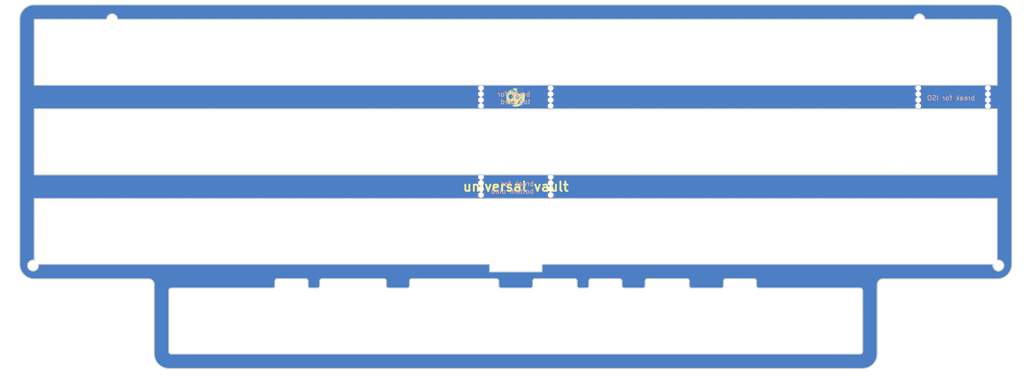
<source format=kicad_pcb>
(kicad_pcb (version 20221018) (generator pcbnew)
  (layers (0 "F.Cu" signal) (31 "B.Cu" signal) (34 "B.Paste" user) (35 "F.Paste" user) (36 "B.SilkS" user "B.Silkscreen") (37 "F.SilkS" user "F.Silkscreen") (38 "B.Mask" user) (39 "F.Mask" user) (44 "Edge.Cuts" user))
  (net 0 "")
  (net 1 "GND")
  (footprint "PCM_marbastlib-various:mousebites_1mm" (layer "F.Cu") (at 150.03326 94.325354 180)
    (fp_text reference "REF**" hide)
    (fp_text value "mousebites 1mm" hide)
    (pad "" np_thru_hole circle (at 0.25 -1.905 180) (size 0.75 0.75) (drill 0.75) (layers "*.Cu" "*.Mask"))
    (pad "" np_thru_hole circle (at 0.25 -0.635 180) (size 0.75 0.75) (drill 0.75) (layers "*.Cu" "*.Mask"))
    (pad "" np_thru_hole circle (at 0.25 0.635 180) (size 0.75 0.75) (drill 0.75) (layers "*.Cu" "*.Mask"))
    (pad "" np_thru_hole circle (at 0.25 1.905 180) (size 0.75 0.75) (drill 0.75) (layers "*.Cu" "*.Mask"))
  )
  (footprint "" (layer "F.Cu") (at 149.76875 76.04125)
    (fp_text reference "" (at 0 0) (layer "F.SilkS") (effects (font (size 1.27 1.27))))
    (fp_text value "" (at 0 0) (layer "F.SilkS") (effects (font (size 1.27 1.27))))
    (pad "" np_thru_hole circle (at 0 0 180) (size 0.75 0.75) (drill 0.75) (layers "*.Cu" "*.Mask"))
  )
  (footprint "PCM_marbastlib-various:mousebites_1mm" (layer "F.Cu") (at 164.32076 94.325354)
    (fp_text reference "REF**" hide)
    (fp_text value "mousebites 1mm" hide)
    (pad "" np_thru_hole circle (at 0.25 -1.905) (size 0.75 0.75) (drill 0.75) (layers "*.Cu" "*.Mask"))
    (pad "" np_thru_hole circle (at 0.25 -0.635) (size 0.75 0.75) (drill 0.75) (layers "*.Cu" "*.Mask"))
    (pad "" np_thru_hole circle (at 0.25 0.635) (size 0.75 0.75) (drill 0.75) (layers "*.Cu" "*.Mask"))
    (pad "" np_thru_hole circle (at 0.25 1.905) (size 0.75 0.75) (drill 0.75) (layers "*.Cu" "*.Mask"))
  )
  (footprint "" (layer "F.Cu") (at 149.78326 94.960354)
    (fp_text reference "" (at 0 0) (layer "F.SilkS") (effects (font (size 1.27 1.27))))
    (fp_text value "" (at 0 0) (layer "F.SilkS") (effects (font (size 1.27 1.27))))
    (pad "" np_thru_hole circle (at 0 0 180) (size 0.75 0.75) (drill 0.75) (layers "*.Cu" "*.Mask"))
  )
  (footprint "PCM_marbastlib-various:mousebites_1mm" (layer "F.Cu") (at 150.01875 75.40625 180)
    (fp_text reference "REF**" hide)
    (fp_text value "mousebites 1mm" hide)
    (pad "" np_thru_hole circle (at 0.25 -1.905 180) (size 0.75 0.75) (drill 0.75) (layers "*.Cu" "*.Mask"))
    (pad "" np_thru_hole circle (at 0.25 -0.635 180) (size 0.75 0.75) (drill 0.75) (layers "*.Cu" "*.Mask"))
    (pad "" np_thru_hole circle (at 0.25 0.635 180) (size 0.75 0.75) (drill 0.75) (layers "*.Cu" "*.Mask"))
    (pad "" np_thru_hole circle (at 0.25 1.905 180) (size 0.75 0.75) (drill 0.75) (layers "*.Cu" "*.Mask"))
  )
  (footprint "LOGO" (layer "F.Cu") (at 157.1625 75.40625)
    (fp_text reference "G***" hide)
    (fp_text value "LOGO" hide)
  )
  (footprint "PCM_marbastlib-various:mousebites_1mm" (layer "F.Cu") (at 242.8875 75.40625 180)
    (fp_text reference "REF**" hide)
    (fp_text value "mousebites 1mm" hide)
    (pad "" np_thru_hole circle (at 0.25 -1.905 180) (size 0.75 0.75) (drill 0.75) (layers "*.Cu" "*.Mask"))
    (pad "" np_thru_hole circle (at 0.25 -0.635 180) (size 0.75 0.75) (drill 0.75) (layers "*.Cu" "*.Mask"))
    (pad "" np_thru_hole circle (at 0.25 0.635 180) (size 0.75 0.75) (drill 0.75) (layers "*.Cu" "*.Mask"))
    (pad "" np_thru_hole circle (at 0.25 1.905 180) (size 0.75 0.75) (drill 0.75) (layers "*.Cu" "*.Mask"))
  )
  (footprint "PCM_marbastlib-various:mousebites_1mm" (layer "F.Cu") (at 164.30625 75.40625)
    (fp_text reference "REF**" hide)
    (fp_text value "mousebites 1mm" hide)
    (pad "" np_thru_hole circle (at 0.25 -1.905) (size 0.75 0.75) (drill 0.75) (layers "*.Cu" "*.Mask"))
    (pad "" np_thru_hole circle (at 0.25 -0.635) (size 0.75 0.75) (drill 0.75) (layers "*.Cu" "*.Mask"))
    (pad "" np_thru_hole circle (at 0.25 0.635) (size 0.75 0.75) (drill 0.75) (layers "*.Cu" "*.Mask"))
    (pad "" np_thru_hole circle (at 0.25 1.905) (size 0.75 0.75) (drill 0.75) (layers "*.Cu" "*.Mask"))
  )
  (footprint "PCM_marbastlib-various:mousebites_1mm" (layer "F.Cu") (at 257.175 75.40625)
    (fp_text reference "REF**" hide)
    (fp_text value "mousebites 1mm" hide)
    (pad "" np_thru_hole circle (at 0.25 -1.905) (size 0.75 0.75) (drill 0.75) (layers "*.Cu" "*.Mask"))
    (pad "" np_thru_hole circle (at 0.25 -0.635) (size 0.75 0.75) (drill 0.75) (layers "*.Cu" "*.Mask"))
    (pad "" np_thru_hole circle (at 0.25 0.635) (size 0.75 0.75) (drill 0.75) (layers "*.Cu" "*.Mask"))
    (pad "" np_thru_hole circle (at 0.25 1.905) (size 0.75 0.75) (drill 0.75) (layers "*.Cu" "*.Mask"))
  )
  (gr_line (start 55.77014 110.980437) (end 59.66875 110.98125) (stroke (width 0.2)) (layer "Edge.Cuts"))
  (gr_line (start 193.01875 91.93125) (end 197.49375 91.93125) (stroke (width 0.2)) (layer "Edge.Cuts"))
  (gr_line (start 107.29375 96.98125) (end 107.00625 96.98125) (stroke (width 0.2)) (layer "Edge.Cuts"))
  (gr_line (start 243.025 91.93125) (end 245.40625 91.93125) (stroke (width 0.2)) (layer "Edge.Cuts"))
  (gr_line (start 183.49375 91.93125) (end 187.96875 91.93125) (stroke (width 0.2)) (layer "Edge.Cuts"))
  (gr_arc (start 193.525625 114.033517) (mid 193.879146 114.179981) (end 194.025625 114.533517) (stroke (width 0.2)) (layer "Edge.Cuts"))
  (gr_line (start 102.53125 72.88125) (end 107.00625 72.88125) (stroke (width 0.2)) (layer "Edge.Cuts"))
  (gr_line (start 87.95625 96.98125) (end 83.48125 96.98125) (stroke (width 0.2)) (layer "Edge.Cuts"))
  (gr_line (start 192.73125 58.88125) (end 188.25625 58.88125) (stroke (width 0.2)) (layer "Edge.Cuts"))
  (gr_line (start 154.91875 77.93125) (end 150.15625 77.93125) (stroke (width 0.2)) (layer "Edge.Cuts"))
  (gr_line (start 93.00625 96.98125) (end 88.24375 96.98125) (stroke (width 0.2)) (layer "Edge.Cuts"))
  (gr_line (start 216.54375 91.93125) (end 221.30625 91.93125) (stroke (width 0.2)) (layer "Edge.Cuts"))
  (gr_line (start 235.88125 72.88125) (end 240.35625 72.88125) (stroke (width 0.2)) (layer "Edge.Cuts"))
  (gr_line (start 140.63125 72.88125) (end 145.10625 72.88125) (stroke (width 0.2)) (layer "Edge.Cuts"))
  (gr_line (start 102.24375 110.98125) (end 102.53125 110.98125) (stroke (width 0.2)) (layer "Edge.Cuts"))
  (gr_line (start 226.35625 110.98125) (end 230.83125 110.98125) (stroke (width 0.2)) (layer "Edge.Cuts"))
  (gr_line (start 54.90625 58.88125) (end 54.90625 72.88125) (stroke (width 0.2)) (layer "Edge.Cuts"))
  (gr_line (start 88.24375 110.98125) (end 93.00625 110.98125) (stroke (width 0.2)) (layer "Edge.Cuts"))
  (gr_line (start 59.66875 91.93125) (end 68.90625 91.93125) (stroke (width 0.2)) (layer "Edge.Cuts"))
  (gr_line (start 188.25625 72.88125) (end 192.73125 72.88125) (stroke (width 0.2)) (layer "Edge.Cuts"))
  (gr_line (start 178.73125 72.88125) (end 183.20625 72.88125) (stroke (width 0.2)) (layer "Edge.Cuts"))
  (gr_line (start 183.20625 91.93125) (end 183.49375 91.93125) (stroke (width 0.2)) (layer "Edge.Cuts"))
  (gr_line (start 212.06875 77.93125) (end 207.30625 77.93125) (stroke (width 0.2)) (layer "Edge.Cuts"))
  (gr_line (start 169.20625 110.98125) (end 173.68125 110.98125) (stroke (width 0.2)) (layer "Edge.Cuts"))
  (gr_line (start 121.58125 110.98125) (end 126.05625 110.98125) (stroke (width 0.2)) (layer "Edge.Cuts"))
  (gr_line (start 178.44375 77.93125) (end 173.96875 77.93125) (stroke (width 0.2)) (layer "Edge.Cuts"))
  (gr_arc (start 201.281375 114.533517) (mid 201.427822 114.179964) (end 201.781375 114.033517) (stroke (width 0.2)) (layer "Edge.Cuts"))
  (gr_line (start 211.78125 110.98125) (end 216.54375 110.98125) (stroke (width 0.2)) (layer "Edge.Cuts"))
  (gr_line (start 126.05625 96.98125) (end 121.58125 96.98125) (stroke (width 0.2)) (layer "Edge.Cuts"))
  (gr_arc (start 230.331375 116.033517) (mid 230.684928 116.179964) (end 230.831375 116.533517) (stroke (width 0.2)) (layer "Edge.Cuts"))
  (gr_line (start 259.40367 110.119752) (end 259.40625 96.98125) (stroke (width 0.2)) (layer "Edge.Cuts"))
  (gr_line (start 197.49375 91.93125) (end 202.25625 91.93125) (stroke (width 0.2)) (layer "Edge.Cuts"))
  (gr_line (start 211.78125 96.98125) (end 207.30625 96.98125) (stroke (width 0.2)) (layer "Edge.Cuts"))
  (gr_line (start 68.90625 77.93125) (end 59.66875 77.93125) (stroke (width 0.2)) (layer "Edge.Cuts"))
  (gr_line (start 54.90625 96.98125) (end 54.907479 110.119293) (stroke (width 0.2)) (layer "Edge.Cuts"))
  (gr_line (start 183.49375 96.98125) (end 183.20625 96.98125) (stroke (width 0.2)) (layer "Edge.Cuts"))
  (gr_line (start 121.58125 58.88125) (end 116.53125 58.88125) (stroke (width 0.2)) (layer "Edge.Cuts"))
  (gr_line (start 140.63125 110.98125) (end 145.10625 110.98125) (stroke (width 0.2)) (layer "Edge.Cuts"))
  (gr_line (start 106.531375 114.033517) (end 112.531375 114.033517) (stroke (width 0.2)) (layer "Edge.Cuts"))
  (gr_line (start 202.25625 110.98125) (end 202.54375 110.98125) (stroke (width 0.2)) (layer "Edge.Cuts"))
  (gr_line (start 207.30625 91.93125) (end 212.06875 91.93125) (stroke (width 0.2)) (layer "Edge.Cuts"))
  (gr_line (start 207.30625 96.98125) (end 202.54375 96.98125) (stroke (width 0.2)) (layer "Edge.Cuts"))
  (gr_line (start 235.59375 91.93125) (end 238.2625 91.93125) (stroke (width 0.2)) (layer "Edge.Cuts"))
  (gr_arc (start 184.644375 115.533517) (mid 184.497928 115.88707) (end 184.144375 116.033517) (stroke (width 0.2)) (layer "Edge.Cuts"))
  (gr_line (start 208.281375 114.533517) (end 208.281375 115.533517) (stroke (width 0.2)) (layer "Edge.Cuts"))
  (gr_arc (start 79.181375 114.083517) (mid 80.029903 114.434989) (end 80.381375 115.283517) (stroke (width 0.2)) (layer "Edge.Cuts"))
  (gr_line (start 54.90625 91.93125) (end 57.2875 91.93125) (stroke (width 0.2)) (layer "Edge.Cuts"))
  (gr_line (start 170.681375 116.033517) (end 172.206375 116.033517) (stroke (width 0.2)) (layer "Edge.Cuts"))
  (gr_line (start 150.15625 77.93125) (end 145.10625 77.93125) (stroke (width 0.2)) (layer "Edge.Cuts"))
  (gr_line (start 106.031375 115.533517) (end 106.031375 114.533517) (stroke (width 0.2)) (layer "Edge.Cuts"))
  (gr_line (start 145.10625 72.88125) (end 150.15625 72.88125) (stroke (width 0.2)) (layer "Edge.Cuts"))
  (gr_line (start 59.66875 58.88125) (end 54.90625 58.88125) (stroke (width 0.2)) (layer "Edge.Cuts"))
  (gr_line (start 126.05625 110.98125) (end 126.34375 110.98125) (stroke (width 0.2)) (layer "Edge.Cuts"))
  (gr_line (start 241.731375 58.883517) (end 240.35625 58.88125) (stroke (width 0.2)) (layer "Edge.Cuts"))
  (gr_line (start 162.71875 110.98125) (end 162.71875 112.56875) (stroke (width 0.2)) (layer "Edge.Cuts"))
  (gr_line (start 59.66875 72.88125) (end 64.43125 72.88125) (stroke (width 0.2)) (layer "Edge.Cuts"))
  (gr_line (start 169.20625 72.88125) (end 173.68125 72.88125) (stroke (width 0.2)) (layer "Edge.Cuts"))
  (gr_line (start 221.59375 77.93125) (end 221.30625 77.93125) (stroke (width 0.2)) (layer "Edge.Cuts"))
  (gr_line (start 173.96875 77.93125) (end 169.20625 77.93125) (stroke (width 0.2)) (layer "Edge.Cuts"))
  (gr_line (start 150.15625 96.98125) (end 145.39375 96.98125) (stroke (width 0.2)) (layer "Edge.Cuts"))
  (gr_line (start 201.281375 115.533517) (end 201.281375 114.533517) (stroke (width 0.2)) (layer "Edge.Cuts"))
  (gr_line (start 73.66875 72.88125) (end 73.95625 72.88125) (stroke (width 0.2)) (layer "Edge.Cuts"))
  (gr_line (start 68.90625 72.88125) (end 73.66875 72.88125) (stroke (width 0.2)) (layer "Edge.Cuts"))
  (gr_line (start 202.25625 91.93125) (end 202.54375 91.93125) (stroke (width 0.2)) (layer "Edge.Cuts"))
  (gr_line (start 154.63125 96.98125) (end 150.15625 96.98125) (stroke (width 0.2)) (layer "Edge.Cuts"))
  (gr_arc (start 184.644375 114.533517) (mid 184.790822 114.179964) (end 185.144375 114.033517) (stroke (width 0.2)) (layer "Edge.Cuts"))
  (gr_arc (start 83.981375 130.033517) (mid 83.627822 129.88707) (end 83.481375 129.533517) (stroke (width 0.2)) (layer "Edge.Cuts"))
  (gr_line (start 202.54375 96.98125) (end 202.25625 96.98125) (stroke (width 0.2)) (layer "Edge.Cuts"))
  (gr_line (start 164.15625 110.98125) (end 164.44375 110.98125) (stroke (width 0.2)) (layer "Edge.Cuts"))
  (gr_arc (start 201.281375 115.533517) (mid 201.134928 115.88707) (end 200.781375 116.033517) (stroke (width 0.2)) (layer "Edge.Cuts"))
  (gr_line (start 221.59375 91.93125) (end 226.06875 91.93125) (stroke (width 0.2)) (layer "Edge.Cuts"))
  (gr_line (start 68.90625 91.93125) (end 78.71875 91.93125) (stroke (width 0.2)) (layer "Edge.Cuts"))
  (gr_line (start 62.05 110.98125) (end 68.90625 110.98125) (stroke (width 0.2)) (layer "Edge.Cuts"))
  (gr_line (start 192.73125 96.98125) (end 188.25625 96.98125) (stroke (width 0.2)) (layer "Edge.Cuts"))
  (gr_line (start 73.66875 96.98125) (end 68.90625 96.98125) (stroke (width 0.2)) (layer "Edge.Cuts"))
  (gr_line (start 178.44375 110.98125) (end 178.73125 110.98125) (stroke (width 0.2)) (layer "Edge.Cuts"))
  (gr_arc (start 83.481375 133.133517) (mid 81.289344 132.225548) (end 80.381375 130.033517) (stroke (width 0.2)) (layer "Edge.Cuts"))
  (gr_line (start 76.05 96.98125) (end 73.95625 96.98125) (stroke (width 0.2)) (layer "Edge.Cuts"))
  (gr_line (start 97.48125 72.88125) (end 102.53125 72.88125) (stroke (width 0.2)) (layer "Edge.Cuts"))
  (gr_line (start 87.95625 110.98125) (end 88.24375 110.98125) (stroke (width 0.2)) (layer "Edge.Cuts"))
  (gr_line (start 87.95625 72.88125) (end 93.00625 72.88125) (stroke (width 0.2)) (layer "Edge.Cuts"))
  (gr_line (start 197.78125 58.88125) (end 192.73125 58.88125) (stroke (width 0.2)) (layer "Edge.Cuts"))
  (gr_line (start 243.025 96.98125) (end 240.64375 96.98125) (stroke (width 0.2)) (layer "Edge.Cuts"))
  (gr_line (start 78.71875 91.93125) (end 87.95625 91.93125) (stroke (width 0.2)) (layer "Edge.Cuts"))
  (gr_line (start 257.025 96.98125) (end 254.64375 96.98125) (stroke (width 0.2)) (layer "Edge.Cuts"))
  (gr_line (start 145.10625 77.93125) (end 135.86875 77.93125) (stroke (width 0.2)) (layer "Edge.Cuts"))
  (gr_line (start 54.90625 77.93125) (end 54.90625 91.93125) (stroke (width 0.2)) (layer "Edge.Cuts"))
  (gr_line (start 221.30625 58.88125) (end 216.83125 58.88125) (stroke (width 0.2)) (layer "Edge.Cuts"))
  (gr_line (start 73.95625 72.88125) (end 78.43125 72.88125) (stroke (width 0.2)) (layer "Edge.Cuts"))
  (gr_line (start 76.05 110.98125) (end 83.48125 110.98125) (stroke (width 0.2)) (layer "Edge.Cuts"))
  (gr_line (start 97.48125 110.98125) (end 102.24375 110.98125) (stroke (width 0.2)) (layer "Edge.Cuts"))
  (gr_line (start 245.40625 96.98125) (end 243.025 96.98125) (stroke (width 0.2)) (layer "Edge.Cuts"))
  (gr_line (start 131.10625 77.93125) (end 126.05625 77.93125) (stroke (width 0.2)) (layer "Edge.Cuts"))
  (gr_line (start 121.58125 72.88125) (end 126.05625 72.88125) (stroke (width 0.2)) (layer "Edge.Cuts"))
  (gr_line (start 202.25625 77.93125) (end 197.49375 77.93125) (stroke (width 0.2)) (layer "Edge.Cuts"))
  (gr_line (start 83.481375 129.533517) (end 83.481375 116.533517) (stroke (width 0.2)) (layer "Edge.Cuts"))
  (gr_line (start 179.706375 114.533517) (end 179.706375 115.533517) (stroke (width 0.2)) (layer "Edge.Cuts"))
  (gr_line (start 259.406375 114.083517) (end 235.131375 114.083517) (stroke (width 0.2)) (layer "Edge.Cuts"))
  (gr_line (start 97.48125 96.98125) (end 93.00625 96.98125) (stroke (width 0.2)) (layer "Edge.Cuts"))
  (gr_line (start 62.05 96.98125) (end 59.66875 96.98125) (stroke (width 0.2)) (layer "Edge.Cuts"))
  (gr_line (start 235.59375 96.98125) (end 230.83125 96.98125) (stroke (width 0.2)) (layer "Edge.Cuts"))
  (gr_line (start 78.71875 77.93125) (end 68.90625 77.93125) (stroke (width 0.2)) (layer "Edge.Cuts"))
  (gr_line (start 259.40625 58.88125) (end 254.64375 58.88125) (stroke (width 0.2)) (layer "Edge.Cuts"))
  (gr_line (start 257.025 110.98125) (end 258.542526 110.982413) (stroke (width 0.2)) (layer "Edge.Cuts"))
  (gr_line (start 235.59375 77.93125) (end 226.35625 77.93125) (stroke (width 0.2)) (layer "Edge.Cuts"))
  (gr_line (start 59.66875 96.98125) (end 54.90625 96.98125) (stroke (width 0.2)) (layer "Edge.Cuts"))
  (gr_line (start 221.30625 110.98125) (end 221.59375 110.98125) (stroke (width 0.2)) (layer "Edge.Cuts"))
  (gr_line (start 221.59375 110.98125) (end 226.35625 110.98125) (stroke (width 0.2)) (layer "Edge.Cuts"))
  (gr_line (start 188.25625 77.93125) (end 187.96875 77.93125) (stroke (width 0.2)) (layer "Edge.Cuts"))
  (gr_line (start 113.531375 116.033517) (end 115.024625 116.033517) (stroke (width 0.2)) (layer "Edge.Cuts"))
  (gr_line (start 254.64375 91.93125) (end 257.025 91.93125) (stroke (width 0.2)) (layer "Edge.Cuts"))
  (gr_arc (start 106.031375 115.533517) (mid 105.884928 115.88707) (end 105.531375 116.033517) (stroke (width 0.2)) (layer "Edge.Cuts"))
  (gr_line (start 168.91875 77.93125) (end 164.44375 77.93125) (stroke (width 0.2)) (layer "Edge.Cuts"))
  (gr_line (start 131.10625 96.98125) (end 126.34375 96.98125) (stroke (width 0.2)) (layer "Edge.Cuts"))
  (gr_line (start 164.15625 96.98125) (end 159.68125 96.98125) (stroke (width 0.2)) (layer "Edge.Cuts"))
  (gr_arc (start 262.506375 110.983517) (mid 261.598406 113.175548) (end 259.406375 114.083517) (stroke (width 0.2)) (layer "Edge.Cuts"))
  (gr_line (start 112.05625 91.93125) (end 116.81875 91.93125) (stroke (width 0.2)) (layer "Edge.Cuts"))
  (gr_arc (start 259.40367 110.119752) (mid 260.481724 112.057056) (end 258.542526 110.982413) (stroke (width 0.2)) (layer "Edge.Cuts"))
  (gr_line (start 164.44375 91.93125) (end 168.91875 91.93125) (stroke (width 0.2)) (layer "Edge.Cuts"))
  (gr_line (start 112.05625 77.93125) (end 107.00625 77.93125) (stroke (width 0.2)) (layer "Edge.Cuts"))
  (gr_line (start 107.00625 72.88125) (end 112.05625 72.88125) (stroke (width 0.2)) (layer "Edge.Cuts"))
  (gr_line (start 208.781375 116.033517) (end 230.331375 116.033517) (stroke (width 0.2)) (layer "Edge.Cuts"))
  (gr_line (start 135.58125 58.88125) (end 131.10625 58.88125) (stroke (width 0.2)) (layer "Edge.Cuts"))
  (gr_line (start 257.025 91.93125) (end 259.40625 91.93125) (stroke (width 0.2)) (layer "Edge.Cuts"))
  (gr_line (start 254.64375 110.98125) (end 257.025 110.98125) (stroke (width 0.2)) (layer "Edge.Cuts"))
  (gr_arc (start 154.044375 116.033517) (mid 153.690822 115.88707) (end 153.544375 115.533517) (stroke (width 0.2)) (layer "Edge.Cuts"))
  (gr_line (start 216.54375 77.93125) (end 212.06875 77.93125) (stroke (width 0.2)) (layer "Edge.Cuts"))
  (gr_line (start 230.831375 116.533517) (end 230.831375 129.533517) (stroke (width 0.2)) (layer "Edge.Cuts"))
  (gr_arc (start 134.606375 114.533517) (mid 134.752822 114.179964) (end 135.106375 114.033517) (stroke (width 0.2)) (layer "Edge.Cuts"))
  (gr_line (start 207.01875 77.93125) (end 202.54375 77.93125) (stroke (width 0.2)) (layer "Edge.Cuts"))
  (gr_line (start 185.144375 114.033517) (end 193.525625 114.033517) (stroke (width 0.2)) (layer "Edge.Cuts"))
  (gr_line (start 226.35625 77.93125) (end 226.06875 77.93125) (stroke (width 0.2)) (layer "Edge.Cuts"))
  (gr_line (start 93.00625 58.88125) (end 87.95625 58.88125) (stroke (width 0.2)) (layer "Edge.Cuts"))
  (gr_line (start 134.606375 115.533517) (end 134.606375 114.533517) (stroke (width 0.2)) (layer "Edge.Cuts"))
  (gr_arc (start 51.806375 58.883517) (mid 52.714344 56.691486) (end 54.906375 55.783517) (stroke (width 0.2)) (layer "Edge.Cuts"))
  (gr_line (start 121.29375 96.98125) (end 116.53125 96.98125) (stroke (width 0.2)) (layer "Edge.Cuts"))
  (gr_line (start 216.83125 72.88125) (end 221.30625 72.88125) (stroke (width 0.2)) (layer "Edge.Cuts"))
  (gr_line (start 78.43125 58.88125) (end 73.95625 58.88125) (stroke (width 0.2)) (layer "Edge.Cuts"))
  (gr_arc (start 83.481375 116.533517) (mid 83.627822 116.179964) (end 83.981375 116.033517) (stroke (width 0.2)) (layer "Edge.Cuts"))
  (gr_line (start 107.29375 110.98125) (end 112.05625 110.98125) (stroke (width 0.2)) (layer "Edge.Cuts"))
  (gr_line (start 221.30625 96.98125) (end 216.83125 96.98125) (stroke (width 0.2)) (layer "Edge.Cuts"))
  (gr_line (start 197.49375 96.98125) (end 192.73125 96.98125) (stroke (width 0.2)) (layer "Edge.Cuts"))
  (gr_line (start 226.06875 77.93125) (end 221.59375 77.93125) (stroke (width 0.2)) (layer "Edge.Cuts"))
  (gr_line (start 51.806375 110.983517) (end 51.806375 58.883517) (stroke (width 0.2)) (layer "Edge.Cuts"))
  (gr_line (start 73.66875 110.98125) (end 73.95625 110.98125) (stroke (width 0.2)) (layer "Edge.Cuts"))
  (gr_line (start 159.68125 72.88125) (end 164.15625 72.88125) (stroke (width 0.2)) (layer "Edge.Cuts"))
  (gr_line (start 126.34375 96.98125) (end 126.05625 96.98125) (stroke (width 0.2)) (layer "Edge.Cuts"))
  (gr_arc (start 194.525625 116.033517) (mid 194.172104 115.887053) (end 194.025625 115.533517) (stroke (width 0.2)) (layer "Edge.Cuts"))
  (gr_line (start 102.24375 96.98125) (end 97.48125 96.98125) (stroke (width 0.2)) (layer "Edge.Cuts"))
  (gr_line (start 107.00625 110.98125) (end 107.29375 110.98125) (stroke (width 0.2)) (layer "Edge.Cuts"))
  (gr_arc (start 233.931375 130.033517) (mid 233.023406 132.225548) (end 230.831375 133.133517) (stroke (width 0.2)) (layer "Edge.Cuts"))
  (gr_line (start 59.66875 77.93125) (end 57.2875 77.93125) (stroke (width 0.2)) (layer "Edge.Cuts"))
  (gr_line (start 226.35625 58.88125) (end 221.30625 58.88125) (stroke (width 0.2)) (layer "Edge.Cuts"))
  (gr_line (start 57.2875 91.93125) (end 59.66875 91.93125) (stroke (width 0.2)) (layer "Edge.Cuts"))
  (gr_line (start 64.43125 72.88125) (end 68.90625 72.88125) (stroke (width 0.2)) (layer "Edge.Cuts"))
  (gr_line (start 145.39375 110.98125) (end 150.15625 110.98125) (stroke (width 0.2)) (layer "Edge.Cuts"))
  (gr_line (start 170.181375 114.533517) (end 170.181375 115.533517) (stroke (width 0.2)) (layer "Edge.Cuts"))
  (gr_arc (start 208.781375 116.033517) (mid 208.427822 115.88707) (end 208.281375 115.533517) (stroke (width 0.2)) (layer "Edge.Cuts"))
  (gr_line (start 164.44375 110.98125) (end 169.20625 110.98125) (stroke (width 0.2)) (layer "Edge.Cuts"))
  (gr_line (start 121.58125 96.98125) (end 121.29375 96.98125) (stroke (width 0.2)) (layer "Edge.Cuts"))
  (gr_line (start 221.30625 91.93125) (end 221.59375 91.93125) (stroke (width 0.2)) (layer "Edge.Cuts"))
  (gr_line (start 207.30625 58.88125) (end 202.25625 58.88125) (stroke (width 0.2)) (layer "Edge.Cuts"))
  (gr_line (start 150.15625 110.98125) (end 151.60625 110.98125) (stroke (width 0.2)) (layer "Edge.Cuts"))
  (gr_line (start 201.781375 114.033517) (end 207.781375 114.033517) (stroke (width 0.2)) (layer "Edge.Cuts"))
  (gr_line (start 164.44375 77.93125) (end 164.15625 77.93125) (stroke (width 0.2)) (layer "Edge.Cuts"))
  (gr_line (start 230.83125 58.88125) (end 226.35625 58.88125) (stroke (width 0.2)) (layer "Edge.Cuts"))
  (gr_line (start 207.30625 72.88125) (end 211.78125 72.88125) (stroke (width 0.2)) (layer "Edge.Cuts"))
  (gr_arc (start 179.206375 114.033517) (mid 179.559928 114.179964) (end 179.706375 114.533517) (stroke (width 0.2)) (layer "Edge.Cuts"))
  (gr_line (start 68.90625 58.88125) (end 64.43125 58.88125) (stroke (width 0.2)) (layer "Edge.Cuts"))
  (gr_line (start 207.01875 91.93125) (end 207.30625 91.93125) (stroke (width 0.2)) (layer "Edge.Cuts"))
  (gr_line (start 259.40625 96.98125) (end 257.025 96.98125) (stroke (width 0.2)) (layer "Edge.Cuts"))
  (gr_line (start 126.05625 77.93125) (end 116.81875 77.93125) (stroke (width 0.2)) (layer "Edge.Cuts"))
  (gr_arc (start 230.831375 129.533517) (mid 230.684928 129.88707) (end 230.331375 130.033517) (stroke (width 0.2)) (layer "Edge.Cuts"))
  (gr_line (start 221.59375 96.98125) (end 221.30625 96.98125) (stroke (width 0.2)) (layer "Edge.Cuts"))
  (gr_line (start 173.68125 58.88125) (end 169.20625 58.88125) (stroke (width 0.2)) (layer "Edge.Cuts"))
  (gr_line (start 183.20625 77.93125) (end 178.44375 77.93125) (stroke (width 0.2)) (layer "Edge.Cuts"))
  (gr_line (start 230.83125 72.88125) (end 235.88125 72.88125) (stroke (width 0.2)) (layer "Edge.Cuts"))
  (gr_line (start 243.025 110.98125) (end 245.40625 110.98125) (stroke (width 0.2)) (layer "Edge.Cuts"))
  (gr_line (start 216.54375 96.98125) (end 211.78125 96.98125) (stroke (width 0.2)) (layer "Edge.Cuts"))
  (gr_line (start 97.48125 58.88125) (end 93.00625 58.88125) (stroke (width 0.2)) (layer "Edge.Cuts"))
  (gr_arc (start 180.206375 116.033517) (mid 179.852822 115.88707) (end 179.706375 115.533517) (stroke (width 0.2)) (layer "Edge.Cuts"))
  (gr_line (start 68.90625 110.98125) (end 73.66875 110.98125) (stroke (width 0.2)) (layer "Edge.Cuts"))
  (gr_line (start 183.49375 77.93125) (end 183.20625 77.93125) (stroke (width 0.2)) (layer "Edge.Cuts"))
  (gr_line (start 97.76875 77.93125) (end 93.00625 77.93125) (stroke (width 0.2)) (layer "Edge.Cuts"))
  (gr_line (start 240.64375 96.98125) (end 235.59375 96.98125) (stroke (width 0.2)) (layer "Edge.Cuts"))
  (gr_line (start 150.15625 58.88125) (end 145.10625 58.88125) (stroke (width 0.2)) (layer "Edge.Cuts"))
  (gr_line (start 131.10625 58.88125) (end 126.05625 58.88125) (stroke (width 0.2)) (layer "Edge.Cuts"))
  (gr_line (start 131.10625 91.93125) (end 135.86875 91.93125) (stroke (width 0.2)) (layer "Edge.Cuts"))
  (gr_line (start 161.268375 114.033517) (end 169.681375 114.033517) (stroke (width 0.2)) (layer "Edge.Cuts"))
  (gr_line (start 116.53125 72.88125) (end 121.58125 72.88125) (stroke (width 0.2)) (layer "Edge.Cuts"))
  (gr_line (start 135.58125 96.98125) (end 131.10625 96.98125) (stroke (width 0.2)) (layer "Edge.Cuts"))
  (gr_line (start 192.73125 72.88125) (end 197.78125 72.88125) (stroke (width 0.2)) (layer "Edge.Cuts"))
  (gr_line (start 150.15625 91.93125) (end 154.91875 91.93125) (stroke (width 0.2)) (layer "Edge.Cuts"))
  (gr_line (start 102.53125 96.98125) (end 102.24375 96.98125) (stroke (width 0.2)) (layer "Edge.Cuts"))
  (gr_line (start 97.76875 91.93125) (end 107.00625 91.93125) (stroke (width 0.2)) (layer "Edge.Cuts"))
  (gr_line (start 93.00625 77.93125) (end 87.95625 77.93125) (stroke (width 0.2)) (layer "Edge.Cuts"))
  (gr_line (start 216.83125 58.88125) (end 211.78125 58.88125) (stroke (width 0.2)) (layer "Edge.Cuts"))
  (gr_line (start 54.906375 55.783517) (end 259.406375 55.783517) (stroke (width 0.2)) (layer "Edge.Cuts"))
  (gr_line (start 173.206375 114.033517) (end 179.206375 114.033517) (stroke (width 0.2)) (layer "Edge.Cuts"))
  (gr_line (start 202.54375 91.93125) (end 207.01875 91.93125) (stroke (width 0.2)) (layer "Edge.Cuts"))
  (gr_line (start 116.53125 58.88125) (end 112.05625 58.88125) (stroke (width 0.2)) (layer "Edge.Cuts"))
  (gr_line (start 145.10625 110.98125) (end 145.39375 110.98125) (stroke (width 0.2)) (layer "Edge.Cuts"))
  (gr_line (start 259.40625 91.93125) (end 259.40625 77.93125) (stroke (width 0.2)) (layer "Edge.Cuts"))
  (gr_arc (start 160.768375 115.533517) (mid 160.621928 115.88707) (end 160.268375 116.033517) (stroke (width 0.2)) (layer "Edge.Cuts"))
  (gr_line (start 83.981375 116.033517) (end 105.531375 116.033517) (stroke (width 0.2)) (layer "Edge.Cuts"))
  (gr_line (start 202.25625 72.88125) (end 207.30625 72.88125) (stroke (width 0.2)) (layer "Edge.Cuts"))
  (gr_line (start 83.48125 96.98125) (end 76.05 96.98125) (stroke (width 0.2)) (layer "Edge.Cuts"))
  (gr_line (start 178.44375 96.98125) (end 173.68125 96.98125) (stroke (width 0.2)) (layer "Edge.Cuts"))
  (gr_arc (start 172.706375 114.533517) (mid 172.852822 114.179964) (end 173.206375 114.033517) (stroke (width 0.2)) (layer "Edge.Cuts"))
  (gr_line (start 245.40625 110.98125) (end 254.64375 110.98125) (stroke (width 0.2)) (layer "Edge.Cuts"))
  (gr_line (start 240.35625 91.93125) (end 240.64375 91.93125) (stroke (width 0.2)) (layer "Edge.Cuts"))
  (gr_line (start 259.40625 72.88125) (end 259.40625 58.88125) (stroke (width 0.2)) (layer "Edge.Cuts"))
  (gr_line (start 131.10625 72.88125) (end 135.58125 72.88125) (stroke (width 0.2)) (layer "Edge.Cuts"))
  (gr_line (start 64.43125 58.88125) (end 59.66875 58.88125) (stroke (width 0.2)) (layer "Edge.Cuts"))
  (gr_line (start 226.35625 91.93125) (end 235.59375 91.93125) (stroke (width 0.2)) (layer "Edge.Cuts"))
  (gr_line (start 187.96875 91.93125) (end 188.25625 91.93125) (stroke (width 0.2)) (layer "Edge.Cuts"))
  (gr_line (start 83.48125 58.88125) (end 78.43125 58.88125) (stroke (width 0.2)) (layer "Edge.Cuts"))
  (gr_line (start 93.00625 91.93125) (end 97.76875 91.93125) (stroke (width 0.2)) (layer "Edge.Cuts"))
  (gr_line (start 107.00625 96.98125) (end 102.53125 96.98125) (stroke (width 0.2)) (layer "Edge.Cuts"))
  (gr_arc (start 112.531375 114.033517) (mid 112.884928 114.179964) (end 113.031375 114.533517) (stroke (width 0.2)) (layer "Edge.Cuts"))
  (gr_line (start 140.63125 96.98125) (end 140.34375 96.98125) (stroke (width 0.2)) (layer "Edge.Cuts"))
  (gr_line (start 197.49375 110.98125) (end 197.78125 110.98125) (stroke (width 0.2)) (layer "Edge.Cuts"))
  (gr_line (start 116.81875 77.93125) (end 112.05625 77.93125) (stroke (width 0.2)) (layer "Edge.Cuts"))
  (gr_line (start 164.44375 96.98125) (end 164.15625 96.98125) (stroke (width 0.2)) (layer "Edge.Cuts"))
  (gr_line (start 221.30625 77.93125) (end 216.54375 77.93125) (stroke (width 0.2)) (layer "Edge.Cuts"))
  (gr_line (start 230.83125 96.98125) (end 226.35625 96.98125) (stroke (width 0.2)) (layer "Edge.Cuts"))
  (gr_line (start 102.53125 110.98125) (end 107.00625 110.98125) (stroke (width 0.2)) (layer "Edge.Cuts"))
  (gr_line (start 197.78125 72.88125) (end 202.25625 72.88125) (stroke (width 0.2)) (layer "Edge.Cuts"))
  (gr_line (start 184.644375 115.533517) (end 184.644375 114.533517) (stroke (width 0.2)) (layer "Edge.Cuts"))
  (gr_line (start 87.95625 77.93125) (end 78.71875 77.93125) (stroke (width 0.2)) (layer "Edge.Cuts"))
  (gr_line (start 257.025 72.88125) (end 259.40625 72.88125) (stroke (width 0.2)) (layer "Edge.Cuts"))
  (gr_line (start 116.53125 110.98125) (end 121.29375 110.98125) (stroke (width 0.2)) (layer "Edge.Cuts"))
  (gr_line (start 202.25625 58.88125) (end 197.78125 58.88125) (stroke (width 0.2)) (layer "Edge.Cuts"))
  (gr_line (start 87.95625 91.93125) (end 93.00625 91.93125) (stroke (width 0.2)) (layer "Edge.Cuts"))
  (gr_line (start 173.68125 96.98125) (end 169.20625 96.98125) (stroke (width 0.2)) (layer "Edge.Cuts"))
  (gr_arc (start 115.524625 115.533517) (mid 115.378181 115.887088) (end 115.024625 116.033517) (stroke (width 0.2)) (layer "Edge.Cuts"))
  (gr_line (start 169.20625 96.98125) (end 164.44375 96.98125) (stroke (width 0.2)) (layer "Edge.Cuts"))
  (gr_line (start 112.05625 96.98125) (end 107.29375 96.98125) (stroke (width 0.2)) (layer "Edge.Cuts"))
  (gr_line (start 197.78125 96.98125) (end 197.49375 96.98125) (stroke (width 0.2)) (layer "Edge.Cuts"))
  (gr_line (start 240.64375 72.88125) (end 257.025 72.88125) (stroke (width 0.2)) (layer "Edge.Cuts"))
  (gr_line (start 112.05625 58.88125) (end 107.00625 58.88125) (stroke (width 0.2)) (layer "Edge.Cuts"))
  (gr_line (start 245.40625 91.93125) (end 252.2625 91.93125) (stroke (width 0.2)) (layer "Edge.Cuts"))
  (gr_line (start 197.49375 77.93125) (end 193.01875 77.93125) (stroke (width 0.2)) (layer "Edge.Cuts"))
  (gr_line (start 116.81875 91.93125) (end 126.05625 91.93125) (stroke (width 0.2)) (layer "Edge.Cuts"))
  (gr_line (start 145.39375 96.98125) (end 145.10625 96.98125) (stroke (width 0.2)) (layer "Edge.Cuts"))
  (gr_line (start 83.48125 110.98125) (end 87.95625 110.98125) (stroke (width 0.2)) (layer "Edge.Cuts"))
  (gr_line (start 150.15625 72.88125) (end 154.63125 72.88125) (stroke (width 0.2)) (layer "Edge.Cuts"))
  (gr_line (start 135.86875 91.93125) (end 145.10625 91.93125) (stroke (width 0.2)) (layer "Edge.Cuts"))
  (gr_line (start 116.53125 96.98125) (end 112.05625 96.98125) (stroke (width 0.2)) (layer "Edge.Cuts"))
  (gr_arc (start 113.531375 116.033517) (mid 113.177822 115.88707) (end 113.031375 115.533517) (stroke (width 0.2)) (layer "Edge.Cuts"))
  (gr_line (start 207.30625 77.93125) (end 207.01875 77.93125) (stroke (width 0.2)) (layer "Edge.Cuts"))
  (gr_line (start 73.95625 58.88125) (end 72.581375 58.883517) (stroke (width 0.2)) (layer "Edge.Cuts"))
  (gr_line (start 107.00625 58.88125) (end 102.53125 58.88125) (stroke (width 0.2)) (layer "Edge.Cuts"))
  (gr_line (start 183.20625 72.88125) (end 188.25625 72.88125) (stroke (width 0.2)) (layer "Edge.Cuts"))
  (gr_line (start 159.39375 96.98125) (end 154.63125 96.98125) (stroke (width 0.2)) (layer "Edge.Cuts"))
  (gr_line (start 121.29375 110.98125) (end 121.58125 110.98125) (stroke (width 0.2)) (layer "Edge.Cuts"))
  (gr_line (start 178.73125 58.88125) (end 173.68125 58.88125) (stroke (width 0.2)) (layer "Edge.Cuts"))
  (gr_line (start 130.168375 116.033517) (end 134.106375 116.033517) (stroke (width 0.2)) (layer "Edge.Cuts"))
  (gr_line (start 131.10625 110.98125) (end 135.58125 110.98125) (stroke (width 0.2)) (layer "Edge.Cuts"))
  (gr_arc (start 54.906375 114.083517) (mid 52.714344 113.175548) (end 51.806375 110.983517) (stroke (width 0.2)) (layer "Edge.Cuts"))
  (gr_line (start 80.381375 130.033517) (end 80.381375 115.283517) (stroke (width 0.2)) (layer "Edge.Cuts"))
  (gr_line (start 135.58125 72.88125) (end 140.63125 72.88125) (stroke (width 0.2)) (layer "Edge.Cuts"))
  (gr_line (start 240.35625 72.88125) (end 240.64375 72.88125) (stroke (width 0.2)) (layer "Edge.Cuts"))
  (gr_line (start 211.78125 58.88125) (end 207.30625 58.88125) (stroke (width 0.2)) (layer "Edge.Cuts"))
  (gr_line (start 126.05625 91.93125) (end 131.10625 91.93125) (stroke (width 0.2)) (layer "Edge.Cuts"))
  (gr_line (start 151.60625 112.56875) (end 162.71875 112.56875) (stroke (width 0.2)) (layer "Edge.Cuts"))
  (gr_line (start 164.15625 77.93125) (end 154.91875 77.93125) (stroke (width 0.2)) (layer "Edge.Cuts"))
  (gr_line (start 188.25625 91.93125) (end 193.01875 91.93125) (stroke (width 0.2)) (layer "Edge.Cuts"))
  (gr_line (start 172.706375 115.533517) (end 172.706375 114.533517) (stroke (width 0.2)) (layer "Edge.Cuts"))
  (gr_line (start 112.05625 72.88125) (end 116.53125 72.88125) (stroke (width 0.2)) (layer "Edge.Cuts"))
  (gr_line (start 178.44375 91.93125) (end 183.20625 91.93125) (stroke (width 0.2)) (layer "Edge.Cuts"))
  (gr_line (start 235.59375 110.98125) (end 240.64375 110.98125) (stroke (width 0.2)) (layer "Edge.Cuts"))
  (gr_line (start 107.00625 91.93125) (end 112.05625 91.93125) (stroke (width 0.2)) (layer "Edge.Cuts"))
  (gr_line (start 212.06875 91.93125) (end 216.54375 91.93125) (stroke (width 0.2)) (layer "Edge.Cuts"))
  (gr_arc (start 134.606375 115.533517) (mid 134.459928 115.88707) (end 134.106375 116.033517) (stroke (width 0.2)) (layer "Edge.Cuts"))
  (gr_line (start 257.025 77.93125) (end 240.64375 77.93125) (stroke (width 0.2)) (layer "Edge.Cuts"))
  (gr_arc (start 106.031375 114.533517) (mid 106.177822 114.179964) (end 106.531375 114.033517) (stroke (width 0.2)) (layer "Edge.Cuts"))
  (gr_arc (start 129.168375 114.033517) (mid 129.521928 114.179964) (end 129.668375 114.533517) (stroke (width 0.2)) (layer "Edge.Cuts"))
  (gr_line (start 183.20625 58.88125) (end 178.73125 58.88125) (stroke (width 0.2)) (layer "Edge.Cuts"))
  (gr_line (start 164.15625 72.88125) (end 169.20625 72.88125) (stroke (width 0.2)) (layer "Edge.Cuts"))
  (gr_line (start 240.64375 77.93125) (end 240.35625 77.93125) (stroke (width 0.2)) (layer "Edge.Cuts"))
  (gr_arc (start 170.681375 116.033517) (mid 170.327822 115.88707) (end 170.181375 115.533517) (stroke (width 0.2)) (layer "Edge.Cuts"))
  (gr_line (start 140.34375 96.98125) (end 135.58125 96.98125) (stroke (width 0.2)) (layer "Edge.Cuts"))
  (gr_arc (start 233.931375 115.283517) (mid 234.282847 114.434989) (end 235.131375 114.083517) (stroke (width 0.2)) (layer "Edge.Cuts"))
  (gr_line (start 249.88125 58.88125) (end 245.40625 58.88125) (stroke (width 0.2)) (layer "Edge.Cuts"))
  (gr_line (start 238.2625 77.93125) (end 235.59375 77.93125) (stroke (width 0.2)) (layer "Edge.Cuts"))
  (gr_line (start 188.25625 58.88125) (end 183.20625 58.88125) (stroke (width 0.2)) (layer "Edge.Cuts"))
  (gr_line (start 159.68125 58.88125) (end 154.63125 58.88125) (stroke (width 0.2)) (layer "Edge.Cuts"))
  (gr_line (start 73.95625 96.98125) (end 73.66875 96.98125) (stroke (width 0.2)) (layer "Edge.Cuts"))
  (gr_line (start 145.10625 58.88125) (end 140.63125 58.88125) (stroke (width 0.2)) (layer "Edge.Cuts"))
  (gr_line (start 192.73125 110.98125) (end 197.49375 110.98125) (stroke (width 0.2)) (layer "Edge.Cuts"))
  (gr_line (start 230.831375 133.133517) (end 83.481375 133.133517) (stroke (width 0.2)) (layer "Edge.Cuts"))
  (gr_line (start 240.64375 110.98125) (end 243.025 110.98125) (stroke (width 0.2)) (layer "Edge.Cuts"))
  (gr_line (start 88.24375 96.98125) (end 87.95625 96.98125) (stroke (width 0.2)) (layer "Edge.Cuts"))
  (gr_line (start 145.10625 96.98125) (end 140.63125 96.98125) (stroke (width 0.2)) (layer "Edge.Cuts"))
  (gr_line (start 126.05625 58.88125) (end 121.58125 58.88125) (stroke (width 0.2)) (layer "Edge.Cuts"))
  (gr_line (start 70.281375 58.883517) (end 68.90625 58.88125) (stroke (width 0.2)) (layer "Edge.Cuts"))
  (gr_line (start 216.83125 96.98125) (end 216.54375 96.98125) (stroke (width 0.2)) (layer "Edge.Cuts"))
  (gr_line (start 178.73125 96.98125) (end 178.44375 96.98125) (stroke (width 0.2)) (layer "Edge.Cuts"))
  (gr_line (start 183.20625 110.98125) (end 183.49375 110.98125) (stroke (width 0.2)) (layer "Edge.Cuts"))
  (gr_line (start 135.58125 110.98125) (end 140.34375 110.98125) (stroke (width 0.2)) (layer "Edge.Cuts"))
  (gr_line (start 164.15625 58.88125) (end 159.68125 58.88125) (stroke (width 0.2)) (layer "Edge.Cuts"))
  (gr_line (start 151.60625 110.98125) (end 151.60625 112.56875) (stroke (width 0.2)) (layer "Edge.Cuts"))
  (gr_line (start 216.54375 110.98125) (end 216.83125 110.98125) (stroke (width 0.2)) (layer "Edge.Cuts"))
  (gr_line (start 238.2625 91.93125) (end 240.35625 91.93125) (stroke (width 0.2)) (layer "Edge.Cuts"))
  (gr_line (start 240.35625 58.88125) (end 235.88125 58.88125) (stroke (width 0.2)) (layer "Edge.Cuts"))
  (gr_arc (start 169.681375 114.033517) (mid 170.034928 114.179964) (end 170.181375 114.533517) (stroke (width 0.2)) (layer "Edge.Cuts"))
  (gr_line (start 112.05625 110.98125) (end 116.53125 110.98125) (stroke (width 0.2)) (layer "Edge.Cuts"))
  (gr_line (start 59.66875 110.98125) (end 62.05 110.98125) (stroke (width 0.2)) (layer "Edge.Cuts"))
  (gr_line (start 57.2875 77.93125) (end 54.90625 77.93125) (stroke (width 0.2)) (layer "Edge.Cuts"))
  (gr_line (start 160.768375 115.533517) (end 160.768375 114.533517) (stroke (width 0.2)) (layer "Edge.Cuts"))
  (gr_line (start 126.05625 72.88125) (end 131.10625 72.88125) (stroke (width 0.2)) (layer "Edge.Cuts"))
  (gr_line (start 235.88125 58.88125) (end 230.83125 58.88125) (stroke (width 0.2)) (layer "Edge.Cuts"))
  (gr_line (start 87.95625 58.88125) (end 83.48125 58.88125) (stroke (width 0.2)) (layer "Edge.Cuts"))
  (gr_line (start 115.524625 115.533517) (end 115.524625 114.533517) (stroke (width 0.2)) (layer "Edge.Cuts"))
  (gr_line (start 233.931375 115.283517) (end 233.931375 130.033517) (stroke (width 0.2)) (layer "Edge.Cuts"))
  (gr_arc (start 70.281375 58.883517) (mid 71.431375 57.733517) (end 72.581375 58.883517) (stroke (width 0.2)) (layer "Edge.Cuts"))
  (gr_line (start 230.83125 110.98125) (end 235.59375 110.98125) (stroke (width 0.2)) (layer "Edge.Cuts"))
  (gr_line (start 254.64375 96.98125) (end 245.40625 96.98125) (stroke (width 0.2)) (layer "Edge.Cuts"))
  (gr_arc (start 130.168375 116.033517) (mid 129.814822 115.88707) (end 129.668375 115.533517) (stroke (width 0.2)) (layer "Edge.Cuts"))
  (gr_line (start 93.00625 110.98125) (end 97.48125 110.98125) (stroke (width 0.2)) (layer "Edge.Cuts"))
  (gr_line (start 240.35625 77.93125) (end 238.2625 77.93125) (stroke (width 0.2)) (layer "Edge.Cuts"))
  (gr_line (start 54.90625 72.88125) (end 59.66875 72.88125) (stroke (width 0.2)) (layer "Edge.Cuts"))
  (gr_line (start 216.83125 110.98125) (end 221.30625 110.98125) (stroke (width 0.2)) (layer "Edge.Cuts"))
  (gr_line (start 240.64375 91.93125) (end 243.025 91.93125) (stroke (width 0.2)) (layer "Edge.Cuts"))
  (gr_line (start 254.64375 58.88125) (end 249.88125 58.88125) (stroke (width 0.2)) (layer "Edge.Cuts"))
  (gr_arc (start 241.731375 58.883517) (mid 242.881375 57.733517) (end 244.031375 58.883517) (stroke (width 0.2)) (layer "Edge.Cuts"))
  (gr_line (start 162.71875 110.98125) (end 164.15625 110.98125) (stroke (width 0.2)) (layer "Edge.Cuts"))
  (gr_line (start 226.06875 91.93125) (end 226.35625 91.93125) (stroke (width 0.2)) (layer "Edge.Cuts"))
  (gr_line (start 188.25625 110.98125) (end 192.73125 110.98125) (stroke (width 0.2)) (layer "Edge.Cuts"))
  (gr_line (start 202.25625 96.98125) (end 197.78125 96.98125) (stroke (width 0.2)) (layer "Edge.Cuts"))
  (gr_line (start 140.34375 110.98125) (end 140.63125 110.98125) (stroke (width 0.2)) (layer "Edge.Cuts"))
  (gr_line (start 93.00625 72.88125) (end 97.48125 72.88125) (stroke (width 0.2)) (layer "Edge.Cuts"))
  (gr_line (start 113.031375 114.533517) (end 113.031375 115.533517) (stroke (width 0.2)) (layer "Edge.Cuts"))
  (gr_line (start 83.48125 72.88125) (end 87.95625 72.88125) (stroke (width 0.2)) (layer "Edge.Cuts"))
  (gr_line (start 183.49375 110.98125) (end 188.25625 110.98125) (stroke (width 0.2)) (layer "Edge.Cuts"))
  (gr_line (start 262.506375 58.883517) (end 262.506375 110.983517) (stroke (width 0.2)) (layer "Edge.Cuts"))
  (gr_line (start 226.35625 96.98125) (end 221.59375 96.98125) (stroke (width 0.2)) (layer "Edge.Cuts"))
  (gr_line (start 187.96875 77.93125) (end 183.49375 77.93125) (stroke (width 0.2)) (layer "Edge.Cuts"))
  (gr_line (start 116.024625 114.033517) (end 129.168375 114.033517) (stroke (width 0.2)) (layer "Edge.Cuts"))
  (gr_line (start 159.68125 96.98125) (end 159.39375 96.98125) (stroke (width 0.2)) (layer "Edge.Cuts"))
  (gr_arc (start 115.524625 114.533517) (mid 115.671069 114.179946) (end 116.024625 114.033517) (stroke (width 0.2)) (layer "Edge.Cuts"))
  (gr_line (start 154.91875 91.93125) (end 164.15625 91.93125) (stroke (width 0.2)) (layer "Edge.Cuts"))
  (gr_line (start 221.30625 72.88125) (end 226.35625 72.88125) (stroke (width 0.2)) (layer "Edge.Cuts"))
  (gr_line (start 194.025625 114.533517) (end 194.025625 115.533517) (stroke (width 0.2)) (layer "Edge.Cuts"))
  (gr_line (start 164.15625 91.93125) (end 164.44375 91.93125) (stroke (width 0.2)) (layer "Edge.Cuts"))
  (gr_line (start 135.106375 114.033517) (end 153.044375 114.033517) (stroke (width 0.2)) (layer "Edge.Cuts"))
  (gr_line (start 259.40625 77.93125) (end 257.025 77.93125) (stroke (width 0.2)) (layer "Edge.Cuts"))
  (gr_line (start 193.01875 77.93125) (end 188.25625 77.93125) (stroke (width 0.2)) (layer "Edge.Cuts"))
  (gr_line (start 140.63125 58.88125) (end 135.58125 58.88125) (stroke (width 0.2)) (layer "Edge.Cuts"))
  (gr_line (start 68.90625 96.98125) (end 62.05 96.98125) (stroke (width 0.2)) (layer "Edge.Cuts"))
  (gr_arc (start 259.406375 55.783517) (mid 261.598406 56.691486) (end 262.506375 58.883517) (stroke (width 0.2)) (layer "Edge.Cuts"))
  (gr_line (start 202.54375 77.93125) (end 202.25625 77.93125) (stroke (width 0.2)) (layer "Edge.Cuts"))
  (gr_line (start 245.40625 58.88125) (end 244.031375 58.883517) (stroke (width 0.2)) (layer "Edge.Cuts"))
  (gr_arc (start 55.77014 110.980437) (mid 53.832836 112.058491) (end 54.907479 110.119293) (stroke (width 0.2)) (layer "Edge.Cuts"))
  (gr_line (start 202.54375 110.98125) (end 207.30625 110.98125) (stroke (width 0.2)) (layer "Edge.Cuts"))
  (gr_line (start 145.10625 91.93125) (end 150.15625 91.93125) (stroke (width 0.2)) (layer "Edge.Cuts"))
  (gr_line (start 180.206375 116.033517) (end 184.144375 116.033517) (stroke (width 0.2)) (layer "Edge.Cuts"))
  (gr_line (start 126.34375 110.98125) (end 131.10625 110.98125) (stroke (width 0.2)) (layer "Edge.Cuts"))
  (gr_line (start 107.00625 77.93125) (end 97.76875 77.93125) (stroke (width 0.2)) (layer "Edge.Cuts"))
  (gr_arc (start 153.044375 114.033517) (mid 153.397928 114.179964) (end 153.544375 114.533517) (stroke (width 0.2)) (layer "Edge.Cuts"))
  (gr_line (start 230.331375 130.033517) (end 83.981375 130.033517) (stroke (width 0.2)) (layer "Edge.Cuts"))
  (gr_line (start 173.96875 91.93125) (end 178.44375 91.93125) (stroke (width 0.2)) (layer "Edge.Cuts"))
  (gr_line (start 207.30625 110.98125) (end 211.78125 110.98125) (stroke (width 0.2)) (layer "Edge.Cuts"))
  (gr_line (start 102.53125 58.88125) (end 97.48125 58.88125) (stroke (width 0.2)) (layer "Edge.Cuts"))
  (gr_line (start 173.68125 72.88125) (end 178.73125 72.88125) (stroke (width 0.2)) (layer "Edge.Cuts"))
  (gr_line (start 197.78125 110.98125) (end 202.25625 110.98125) (stroke (width 0.2)) (layer "Edge.Cuts"))
  (gr_line (start 154.63125 72.88125) (end 159.68125 72.88125) (stroke (width 0.2)) (layer "Edge.Cuts"))
  (gr_line (start 73.95625 110.98125) (end 76.05 110.98125) (stroke (width 0.2)) (layer "Edge.Cuts"))
  (gr_line (start 135.86875 77.93125) (end 131.10625 77.93125) (stroke (width 0.2)) (layer "Edge.Cuts"))
  (gr_line (start 168.91875 91.93125) (end 169.20625 91.93125) (stroke (width 0.2)) (layer "Edge.Cuts"))
  (gr_line (start 211.78125 72.88125) (end 216.83125 72.88125) (stroke (width 0.2)) (layer "Edge.Cuts"))
  (gr_line (start 153.544375 114.533517) (end 153.544375 115.533517) (stroke (width 0.2)) (layer "Edge.Cuts"))
  (gr_arc (start 207.781375 114.033517) (mid 208.134928 114.179964) (end 208.281375 114.533517) (stroke (width 0.2)) (layer "Edge.Cuts"))
  (gr_line (start 79.181375 114.083517) (end 54.906375 114.083517) (stroke (width 0.2)) (layer "Edge.Cuts"))
  (gr_line (start 173.68125 110.98125) (end 178.44375 110.98125) (stroke (width 0.2)) (layer "Edge.Cuts"))
  (gr_line (start 194.525625 116.033517) (end 200.781375 116.033517) (stroke (width 0.2)) (layer "Edge.Cuts"))
  (gr_line (start 252.2625 91.93125) (end 254.64375 91.93125) (stroke (width 0.2)) (layer "Edge.Cuts"))
  (gr_line (start 78.43125 72.88125) (end 83.48125 72.88125) (stroke (width 0.2)) (layer "Edge.Cuts"))
  (gr_line (start 169.20625 77.93125) (end 168.91875 77.93125) (stroke (width 0.2)) (layer "Edge.Cuts"))
  (gr_arc (start 160.768375 114.533517) (mid 160.914822 114.179964) (end 161.268375 114.033517) (stroke (width 0.2)) (layer "Edge.Cuts"))
  (gr_line (start 188.25625 96.98125) (end 183.49375 96.98125) (stroke (width 0.2)) (layer "Edge.Cuts"))
  (gr_line (start 169.20625 58.88125) (end 164.15625 58.88125) (stroke (width 0.2)) (layer "Edge.Cuts"))
  (gr_line (start 183.20625 96.98125) (end 178.73125 96.98125) (stroke (width 0.2)) (layer "Edge.Cuts"))
  (gr_line (start 178.73125 110.98125) (end 183.20625 110.98125) (stroke (width 0.2)) (layer "Edge.Cuts"))
  (gr_arc (start 172.706375 115.533517) (mid 172.559928 115.88707) (end 172.206375 116.033517) (stroke (width 0.2)) (layer "Edge.Cuts"))
  (gr_line (start 169.20625 91.93125) (end 173.96875 91.93125) (stroke (width 0.2)) (layer "Edge.Cuts"))
  (gr_line (start 226.35625 72.88125) (end 230.83125 72.88125) (stroke (width 0.2)) (layer "Edge.Cuts"))
  (gr_line (start 154.044375 116.033517) (end 160.268375 116.033517) (stroke (width 0.2)) (layer "Edge.Cuts"))
  (gr_line (start 154.63125 58.88125) (end 150.15625 58.88125) (stroke (width 0.2)) (layer "Edge.Cuts"))
  (gr_line (start 129.668375 114.533517) (end 129.668375 115.533517) (stroke (width 0.2)) (layer "Edge.Cuts"))
  (gr_text "break for ISO" (at 254.79375 76.2) (layer "B.SilkS") (effects (font (size 1 1)) (justify left bottom mirror)))
  (gr_text "break for\nbottom oled" (at 161.13125 96.04375) (layer "B.SilkS") (effects (font (size 1 1)) (justify left bottom mirror)))
  (gr_text "break for\ntop oled" (at 160.3375 76.99375) (layer "B.SilkS") (effects (font (size 1 1)) (justify left bottom mirror)))
  (gr_text "universal vault" (at 157.1625 94.45625) (layer "F.SilkS") (effects (font (size 2 2) (thickness 0.4) bold)))
  (zone (net 1) (net_name "GND") (layers "F&B.Cu") (connect_pads (clearance 0)) (min_thickness 0.025) (fill yes (thermal_gap 0.508) (thermal_bridge_width 0.508) (island_removal_mode 1) (island_area_min 10))
    (polygon (pts (xy 264.31875 114.3) (xy 235.74375 115.09375) (xy 236.5375 134.9375) (xy 79.375 134.14375) (xy 79.375 115.09375) (xy 47.625 115.09375) (xy 48.41875 54.76875) (xy 265.1125 54.76875)))
  )
)
</source>
